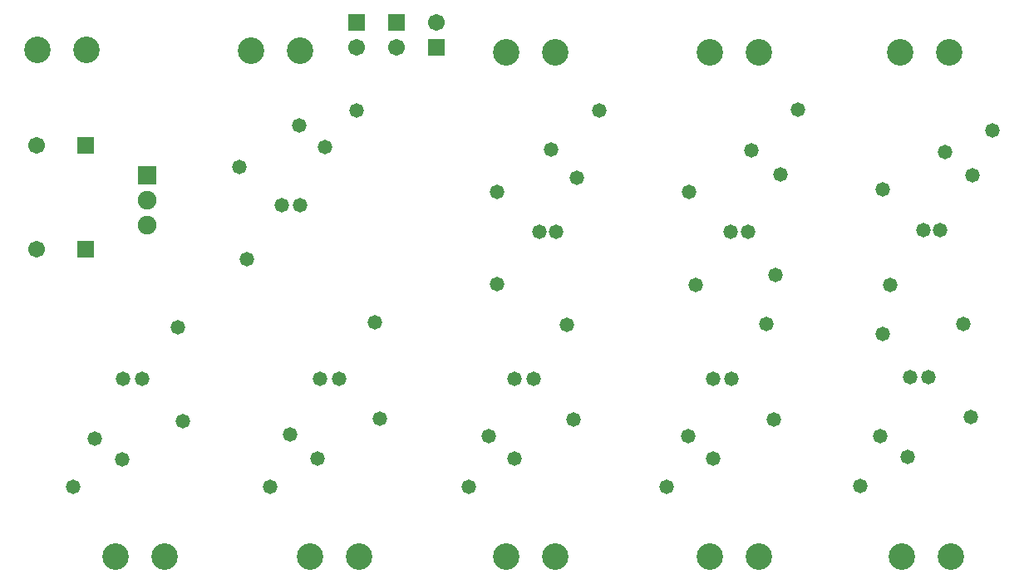
<source format=gbs>
%FSDAX24Y24*%
%MOIN*%
%SFA1B1*%

%IPPOS*%
%ADD44R,0.074900X0.074900*%
%ADD45C,0.074900*%
%ADD46R,0.067100X0.067100*%
%ADD47C,0.067100*%
%ADD48R,0.067100X0.067100*%
%ADD49C,0.106400*%
%ADD50C,0.058000*%
%LNde-220124-1*%
%LPD*%
G54D44*
X017700Y081950D03*
G54D45*
X017700Y080950D03*
Y079950D03*
G54D46*
X015234Y079000D03*
Y083150D03*
G54D47*
X013266Y079000D03*
Y083150D03*
X029300Y088085D03*
X027700Y087100D03*
X026100D03*
G54D48*
X029300Y087085D03*
X027700Y088100D03*
X026100D03*
G54D49*
X021866Y086950D03*
X023834D03*
X026219Y066650D03*
X024250D03*
X040266Y086900D03*
X042234D03*
X049934Y066650D03*
X047966D03*
X042234D03*
X040266D03*
X047916Y086900D03*
X049884D03*
X032116D03*
X034084D03*
X018419Y066650D03*
X016450D03*
X015284Y087000D03*
X013316D03*
X034084Y066650D03*
X032116D03*
G54D50*
X021400Y082300D03*
X024850Y083100D03*
X023800Y083950D03*
X023850Y080750D03*
X023100D03*
X021700Y078600D03*
X027050Y072200D03*
X024550Y070600D03*
X023450Y071550D03*
X024650Y073800D03*
X025400D03*
X026850Y076050D03*
X034550Y075950D03*
X032450Y070600D03*
X031400Y071500D03*
X032450Y073800D03*
X033200D03*
X034800Y072150D03*
X042850D03*
X040400Y070600D03*
X039400Y071500D03*
X040400Y073800D03*
X041150D03*
X050750Y072250D03*
X049050Y073850D03*
X048300D03*
X048200Y070650D03*
X047100Y071500D03*
X050450Y076000D03*
X049500Y079750D03*
X048850D03*
X047200Y081400D03*
X047500Y077550D03*
X050800Y081950D03*
X049700Y082900D03*
X041800Y079700D03*
X041100D03*
X039450Y081300D03*
X039700Y077550D03*
X041950Y082950D03*
X043100Y082000D03*
X031750Y081300D03*
X033450Y079700D03*
X033900Y083000D03*
X034950Y081850D03*
X034100Y079700D03*
X018950Y075850D03*
X017500Y073800D03*
X016750D03*
X019150Y072100D03*
X015600Y071400D03*
X016700Y070550D03*
X042550Y076000D03*
X031750Y077600D03*
X026100Y084550D03*
X046300Y069500D03*
X051600Y083750D03*
X043800Y084600D03*
X035850Y084550D03*
X038550Y069450D03*
X030600D03*
X022650D03*
X014750D03*
X042920Y077974D03*
X047200Y075600D03*
M02*
</source>
